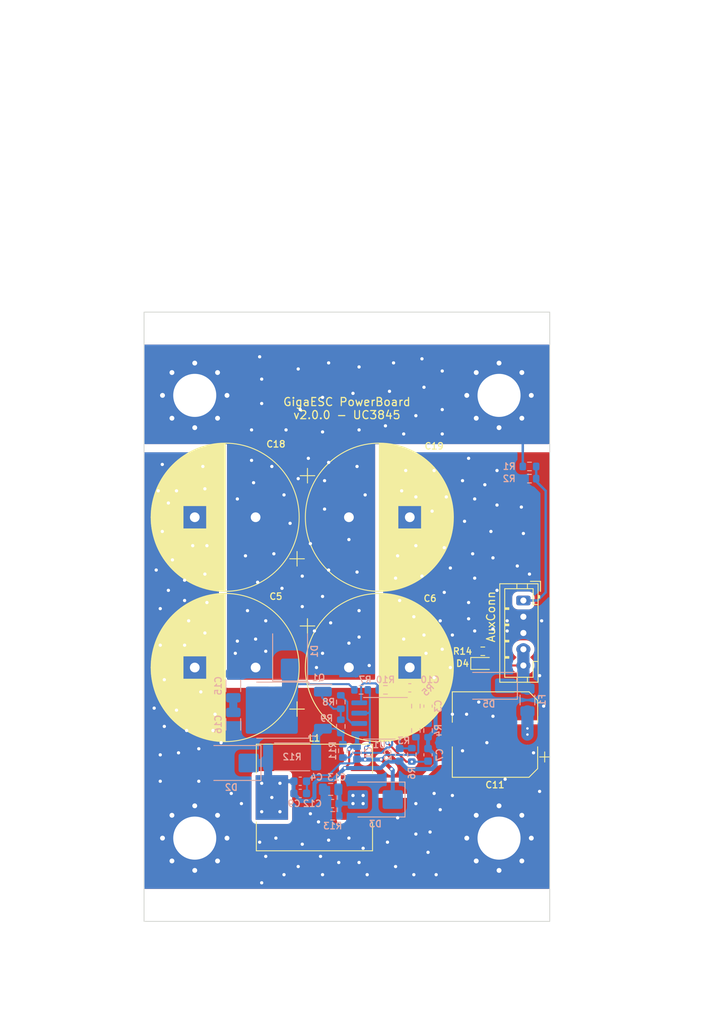
<source format=kicad_pcb>
(kicad_pcb (version 20221018) (generator pcbnew)
  (layers (0 "F.Cu" signal) (31 "B.Cu" signal) (34 "B.Paste" user) (35 "F.Paste" user) (36 "B.SilkS" user "B.Silkscreen") (37 "F.SilkS" user "F.Silkscreen") (38 "B.Mask" user) (39 "F.Mask" user) (44 "Edge.Cuts" user))
  (net 0 "")
  (net 1 "+BATT")
  (net 2 "-BATT")
  (net 3 "+12V")
  (net 4 "IN_V")
  (net 5 "Net-(D3-K)")
  (net 6 "GNDD")
  (net 7 "Net-(U1-RC)")
  (net 8 "Net-(D4-K)")
  (net 9 "Net-(U1-COMP)")
  (net 10 "Net-(U1-FB)")
  (net 11 "Net-(D3-A)")
  (net 12 "VREF")
  (net 13 "Net-(U1-CS)")
  (net 14 "Net-(D1-K)")
  (net 15 "Net-(Q1-G)")
  (net 16 "Net-(Q1-S)")
  (net 17 "Net-(U1-OUT)")
  (net 18 "Net-(C15-Pad2)")
  (footprint "MountingHole:MountingHole_5.3mm_M5_Pad_Via" (layer "F.Cu") (at 93.75 139.75)
    (fp_text reference "H3" hide)
    (fp_text value "MountingHole_Pad")
  )
  (footprint "Capacitor_THT:CP_Radial_D18.0mm_P7.50mm" (layer "F.Cu") (at 63.75 118.75 180)
    (fp_text reference "C5")
    (fp_text value "330u 200V")
  )
  (footprint "Resistor_SMD:R_0603_1608Metric" (layer "F.Cu") (at 91.75 116.75 180)
    (fp_text reference "R14")
    (fp_text value "20k")
  )
  (footprint "Connector_JST:JST_PH_B5B-PH-K_1x05_P2.00mm_Vertical" (layer "F.Cu") (at 96.75 110.5 -90)
    (fp_text reference "J1" hide)
    (fp_text value "AuxConn")
  )
  (footprint "Capacitor_THT:CP_Radial_D18.0mm_P7.50mm" (layer "F.Cu") (at 75.25 118.75)
    (fp_text reference "C6")
    (fp_text value "330u 200V")
  )
  (footprint "Inductor_SMD:L_Chilisin_BMRG00131360" (layer "F.Cu") (at 71 134.75)
    (fp_text reference "L1")
    (fp_text value "47uH")
  )
  (footprint "MountingHole:MountingHole_5.3mm_M5_Pad_Via" (layer "F.Cu") (at 56.25 85.25)
    (fp_text reference "H2" hide)
    (fp_text value "MountingHole_Pad")
  )
  (footprint "MountingHole:MountingHole_5.3mm_M5_Pad_Via" (layer "F.Cu") (at 93.75 85.25)
    (fp_text reference "H4" hide)
    (fp_text value "MountingHole_Pad")
  )
  (footprint "Diode_SMD:D_0603_1608Metric" (layer "F.Cu") (at 91.75 118.25)
    (fp_text reference "D4")
    (fp_text value "RUN")
  )
  (footprint "Capacitor_THT:CP_Radial_D18.0mm_P7.50mm" (layer "F.Cu") (at 75.25 100.25)
    (fp_text reference "C19")
    (fp_text value "330u 200V")
  )
  (footprint "Capacitor_SMD:CP_Elec_10x10" (layer "F.Cu") (at 93.25 127 180)
    (fp_text reference "C11")
    (fp_text value "470u 35V")
  )
  (footprint "Capacitor_THT:CP_Radial_D18.0mm_P7.50mm" (layer "F.Cu") (at 63.75 100.25 180)
    (fp_text reference "C18")
    (fp_text value "330u 200V")
  )
  (footprint "MountingHole:MountingHole_5.3mm_M5_Pad_Via" (layer "F.Cu") (at 56.25 139.75)
    (fp_text reference "H1" hide)
    (fp_text value "MountingHole_Pad")
  )
  (footprint "Capacitor_SMD:C_0805_2012Metric" (layer "B.Cu") (at 73 133.75 180)
    (fp_text reference "C13")
    (fp_text value "2.2u")
  )
  (footprint "Capacitor_SMD:C_0603_1608Metric" (layer "B.Cu") (at 82.75 121.25)
    (fp_text reference "C10")
    (fp_text value "10n")
  )
  (footprint "Package_TO_SOT_SMD:TO-252-2" (layer "B.Cu") (at 67 124 180)
    (fp_text reference "Q1")
    (fp_text value "IRFR13N20DTRPBF")
  )
  (footprint "Resistor_SMD:R_0603_1608Metric" (layer "B.Cu") (at 74.25 126 -90)
    (fp_text reference "R9")
    (fp_text value "5.1k")
  )
  (footprint "Capacitor_SMD:C_0603_1608Metric" (layer "B.Cu") (at 85 123.5 -90)
    (fp_text reference "C3")
    (fp_text value "330p")
  )
  (footprint "Capacitor_SMD:C_0603_1608Metric" (layer "B.Cu") (at 81.5 129.5 -90)
    (fp_text reference "C2")
    (fp_text value "2.2n")
  )
  (footprint "Fuse:Fuse_1206_3216Metric" (layer "B.Cu") (at 97.25 122.75 90)
    (fp_text reference "F1")
    (fp_text value "3A")
  )
  (footprint "Resistor_SMD:R_0603_1608Metric" (layer "B.Cu") (at 79.75 121.5)
    (fp_text reference "R10")
    (fp_text value "10k")
  )
  (footprint "Resistor_SMD:R_0603_1608Metric" (layer "B.Cu") (at 83 129.5 90)
    (fp_text reference "R6")
    (fp_text value "10k")
  )
  (footprint "Capacitor_SMD:C_0603_1608Metric" (layer "B.Cu") (at 69.25 134.25 180)
    (fp_text reference "C9")
    (fp_text value "10u 25V")
  )
  (footprint "Diode_SMD:D_SMB" (layer "B.Cu") (at 68 116.75 90)
    (fp_text reference "D1")
    (fp_text value "SS520BF")
  )
  (footprint "Resistor_SMD:R_0603_1608Metric" (layer "B.Cu") (at 85 126.5 -90)
    (fp_text reference "R4")
    (fp_text value "5.1k")
  )
  (footprint "Resistor_SMD:R_0603_1608Metric" (layer "B.Cu") (at 97.5 94)
    (fp_text reference "R1")
    (fp_text value "150k")
  )
  (footprint "Resistor_SMD:R_0603_1608Metric" (layer "B.Cu") (at 97.5 95.5 180)
    (fp_text reference "R2")
    (fp_text value "2.7k")
  )
  (footprint "Resistor_SMD:R_0603_1608Metric" (layer "B.Cu") (at 73.25 137 180)
    (fp_text reference "R13")
    (fp_text value "390")
  )
  (footprint "Resistor_SMD:R_0603_1608Metric" (layer "B.Cu") (at 74.5 129 90)
    (fp_text reference "R11")
    (fp_text value "1k")
  )
  (footprint "Capacitor_SMD:C_0603_1608Metric" (layer "B.Cu") (at 85 129.5 90)
    (fp_text reference "C7")
    (fp_text value "100n")
  )
  (footprint "Resistor_SMD:R_0603_1608Metric" (layer "B.Cu") (at 83.5 123.5 90)
    (fp_text reference "R5")
    (fp_text value "200k")
  )
  (footprint "Capacitor_SMD:C_1206_3216Metric" (layer "B.Cu") (at 61 125.75 -90)
    (fp_text reference "C16")
    (fp_text value "2.2u 100V")
  )
  (footprint "Capacitor_SMD:C_1206_3216Metric" (layer "B.Cu") (at 61 121 -90)
    (fp_text reference "C15")
    (fp_text value "2.2u 100V")
  )
  (footprint "Resistor_SMD:R_2512_6332Metric" (layer "B.Cu") (at 68.25 129.75 180)
    (fp_text reference "R12")
    (fp_text value "50m")
  )
  (footprint "Capacitor_SMD:C_0603_1608Metric" (layer "B.Cu") (at 73.25 135.5 180)
    (fp_text reference "C12")
    (fp_text value "100n")
  )
  (footprint "Resistor_SMD:R_0603_1608Metric" (layer "B.Cu") (at 74.25 123 -90)
    (fp_text reference "R8")
    (fp_text value "2.2")
  )
  (footprint "Capacitor_SMD:C_0603_1608Metric" (layer "B.Cu") (at 69.25 132.75 180)
    (fp_text reference "C4")
    (fp_text value "1u")
  )
  (footprint "Package_SO:SOIC-8_3.9x4.9mm_P1.27mm" (layer "B.Cu") (at 79 125 180)
    (fp_text reference "U1")
    (fp_text value "UC3845BD1013TR")
  )
  (footprint "Diode_SMD:D_SMB" (layer "B.Cu") (at 78.5 135 180)
    (fp_text reference "D3")
    (fp_text value "SS520BF")
  )
  (footprint "Diode_SMD:D_SMB" (layer "B.Cu") (at 60.75 130.5 180)
    (fp_text reference "D2")
    (fp_text value "SS520BF")
  )
  (footprint "Diode_SMD:D_SMA" (layer "B.Cu") (at 92.5 121 180)
    (fp_text reference "D5")
    (fp_text value "15V")
  )
  (footprint "Resistor_SMD:R_0603_1608Metric" (layer "B.Cu") (at 83.5 126.5 -90)
    (fp_text reference "R3")
    (fp_text value "20k")
  )
  (footprint "Resistor_SMD:R_0603_1608Metric" (layer "B.Cu") (at 76.75 121.5)
    (fp_text reference "R7")
    (fp_text value "27k")
  )
  (footprint "Capacitor_SMD:C_0603_1608Metric" (layer "B.Cu") (at 76.25 129.25 90)
    (fp_text reference "C1")
    (fp_text value "1u")
  )
  (gr_rect (start 50 75) (end 100 150) (stroke (width 0.1)) (fill none) (layer "Edge.Cuts"))
  (gr_text "GigaESC PowerBoard\nv2.0.0 - UC3845" (at 75 88.25) (layer "F.SilkS") (effects (font (size 1 1)) (justify bottom)))
  (segment (start 91 88.5) (end 92.325 89.825) (width 0.3) (layer "F.Cu") (net 1))
  (via (at 72.75 93.5) (size 0.8) (drill 0.4) (layers "F.Cu" "B.Cu") (net 1))
  (via (at 75.25 115.75) (size 0.8) (drill 0.4) (layers "F.Cu" "B.Cu") (net 1))
  (via (at 64.25 80.5) (size 0.8) (drill 0.4) (layers "F.Cu" "B.Cu") (net 1))
  (via (at 69.25 87) (size 0.8) (drill 0.4) (layers "F.Cu" "B.Cu") (net 1))
  (via (at 69.5 111.25) (size 0.8) (drill 0.4) (layers "F.Cu" "B.Cu") (net 1))
  (via (at 61.5 115.5) (size 0.8) (drill 0.4) (layers "F.Cu" "B.Cu") (net 1))
  (via (at 69 95.5) (size 0.8) (drill 0.4) (layers "F.Cu" "B.Cu") (net 1))
  (via (at 84.5 84.25) (size 0.8) (drill 0.4) (layers "F.Cu" "B.Cu") (net 1))
  (via (at 64 108.25) (size 0.8) (drill 0.4) (layers "F.Cu" "B.Cu") (net 1))
  (via (at 86.75 82.25) (size 0.8) (drill 0.4) (layers "F.Cu" "B.Cu") (net 1))
  (via (at 72 89.75) (size 0.8) (drill 0.4) (layers "F.Cu" "B.Cu") (net 1))
  (via (at 75.75 85) (size 0.8) (drill 0.4) (layers "F.Cu" "B.Cu") (net 1))
  (via (at 72.75 81.25) (size 0.8) (drill 0.4) (layers "F.Cu" "B.Cu") (net 1))
  (via (at 71.25 118.75) (size 0.8) (drill 0.4) (layers "F.Cu" "B.Cu") (net 1))
  (via (at 61.25 117) (size 0.8) (drill 0.4) (layers "F.Cu" "B.Cu") (net 1))
  (via (at 86.75 90) (size 0.8) (drill 0.4) (layers "F.Cu" "B.Cu") (net 1))
  (via (at 79.75 89) (size 0.8) (drill 0.4) (layers "F.Cu" "B.Cu") (net 1))
  (via (at 84.25 80.75) (size 0.8) (drill 0.4) (layers "F.Cu" "B.Cu") (net 1))
  (via (at 76.5 115) (size 0.8) (drill 0.4) (layers "F.Cu" "B.Cu") (net 1))
  (via (at 77.75 118.5) (size 0.8) (drill 0.4) (layers "F.Cu" "B.Cu") (net 1))
  (via (at 71 114.25) (size 0.8) (drill 0.4) (layers "F.Cu" "B.Cu") (net 1))
  (via (at 77.25 97.5) (size 0.8) (drill 0.4) (layers "F.Cu" "B.Cu") (net 1))
  (via (at 72 85.5) (size 0.8) (drill 0.4) (layers "F.Cu" "B.Cu") (net 1))
  (via (at 72.75 106.75) (size 0.8) (drill 0.4) (layers "F.Cu" "B.Cu") (net 1))
  (via (at 72.25 95.75) (size 0.8) (drill 0.4) (layers "F.Cu" "B.Cu") (net 1))
  (via (at 67.5 89.5) (size 0.8) (drill 0.4) (layers "F.Cu" "B.Cu") (net 1))
  (via (at 72 110) (size 0.8) (drill 0.4) (layers "F.Cu" "B.Cu") (net 1))
  (via (at 64.5 86.25) (size 0.8) (drill 0.4) (layers "F.Cu" "B.Cu") (net 1))
  (via (at 70.5 103.5) (size 0.8) (drill 0.4) (layers "F.Cu" "B.Cu") (net 1))
  (via (at 61.5 98) (size 0.8) (drill 0.4) (layers "F.Cu" "B.Cu") (net 1))
  (via (at 63.5 96) (size 0.8) (drill 0.4) (layers "F.Cu" "B.Cu") (net 1))
  (via (at 72.25 99.25) (size 0.8) (drill 0.4) (layers "F.Cu" "B.Cu") (net 1))
  (via (at 65.75 94) (size 0.8) (drill 0.4) (layers "F.Cu" "B.Cu") (net 1))
  (via (at 63.25 89.5) (size 0.8) (drill 0.4) (layers "F.Cu" "B.Cu") (net 1))
  (via (at 83.5 87.75) (size 0.8) (drill 0.4) (layers "F.Cu" "B.Cu") (net 1))
  (via (at 80.75 81.25) (size 0.8) (drill 0.4) (layers "F.Cu" "B.Cu") (net 1))
  (via (at 65 113) (size 0.8) (drill 0.4) (layers "F.Cu" "B.Cu") (net 1))
  (via (at 66 104.75) (size 0.8) (drill 0.4) (layers "F.Cu" "B.Cu") (net 1))
  (via (at 69.5 107.5) (size 0.8) (drill 0.4) (layers "F.Cu" "B.Cu") (net 1))
  (via (at 76.5 81.75) (size 0.8) (drill 0.4) (layers "F.Cu" "B.Cu") (net 1))
  (via (at 62.5 105) (size 0.8) (drill 0.4) (layers "F.Cu" "B.Cu") (net 1))
  (via (at 70.25 93) (size 0.8) (drill 0.4) (layers "F.Cu" "B.Cu") (net 1))
  (via (at 76.25 94) (size 0.8) (drill 0.4) (layers "F.Cu" "B.Cu") (net 1))
  (via (at 80.25 84.75) (size 0.8) (drill 0.4) (layers "F.Cu" "B.Cu") (net 1))
  (via (at 76.25 107) (size 0.8) (drill 0.4) (layers "F.Cu" "B.Cu") (net 1))
  (via (at 64.5 83.25) (size 0.8) (drill 0.4) (layers "F.Cu" "B.Cu") (net 1))
  (via (at 67.25 97.5) (size 0.8) (drill 0.4) (layers "F.Cu" "B.Cu") (net 1))
  (via (at 76.5 111.75) (size 0.8) (drill 0.4) (layers "F.Cu" "B.Cu") (net 1))
  (via (at 73 113.25) (size 0.8) (drill 0.4) (layers "F.Cu" "B.Cu") (net 1))
  (via (at 63.75 115.25) (size 0.8) (drill 0.4) (layers "F.Cu" "B.Cu") (net 1))
  (via (at 82 90) (size 0.8) (drill 0.4) (layers "F.Cu" "B.Cu") (net 1))
  (via (at 72 117) (size 0.8) (drill 0.4) (layers "F.Cu" "B.Cu") (net 1))
  (via (at 69 82) (size 0.8) (drill 0.4) (layers "F.Cu" "B.Cu") (net 1))
  (via (at 67 109) (size 0.8) (drill 0.4) (layers "F.Cu" "B.Cu") (net 1))
  (via (at 62.75 111.75) (size 0.8) (drill 0.4) (layers "F.Cu" "B.Cu") (net 1))
  (via (at 86.75 87) (size 0.8) (drill 0.4) (layers "F.Cu" "B.Cu") (net 1))
  (via (at 65 116.75) (size 0.8) (drill 0.4) (layers "F.Cu" "B.Cu") (net 1))
  (via (at 76.5 89.5) (size 0.8) (drill 0.4) (layers "F.Cu" "B.Cu") (net 1))
  (via (at 63.25 93.25) (size 0.8) (drill 0.4) (layers "F.Cu" "B.Cu") (net 1))
  (via (at 68 101) (size 0.8) (drill 0.4) (layers "F.Cu" "B.Cu") (net 1))
  (via (at 75.25 103) (size 0.8) (drill 0.4) (layers "F.Cu" "B.Cu") (net 1))
  (segment (start 96.675 94) (end 96.675 88.175) (width 0.3) (layer "B.Cu") (net 1))
  (segment (start 96.675 88.175) (end 93.75 85.25) (width 0.3) (layer "B.Cu") (net 1))
  (via (at 97.5 107.25) (size 0.8) (drill 0.4) (layers "F.Cu" "B.Cu") (net 2))
  (via (at 58.75 124.5) (size 0.8) (drill 0.4) (layers "F.Cu" "B.Cu") (net 2))
  (via (at 98 129.25) (size 0.8) (drill 0.4) (layers "F.Cu" "B.Cu") (net 2))
  (via (at 94.5 132.5) (size 0.8) (drill 0.4) (layers "F.Cu" "B.Cu") (net 2))
  (via (at 83.5 97.75) (size 0.8) (drill 0.4) (layers "F.Cu" "B.Cu") (net 2))
  (via (at 83.5 139.25) (size 0.8) (drill 0.4) (layers "F.Cu" "B.Cu") (net 2))
  (via (at 57.5 107.25) (size 0.8) (drill 0.4) (layers "F.Cu" "B.Cu") (net 2))
  (via (at 81.25 137.25) (size 0.8) (drill 0.4) (layers "F.Cu" "B.Cu") (net 2))
  (via (at 98.75 134) (size 0.8) (drill 0.4) (layers "F.Cu" "B.Cu") (net 2))
  (via (at 93 114) (size 0.8) (drill 0.4) (layers "F.Cu" "B.Cu") (net 2))
  (via (at 52.25 102) (size 0.8) (drill 0.4) (layers "F.Cu" "B.Cu") (net 2))
  (via (at 82.25 94.5) (size 0.8) (drill 0.4) (layers "F.Cu" "B.Cu") (net 2))
  (via (at 55 110.5) (size 0.8) (drill 0.4) (layers "F.Cu" "B.Cu") (net 2))
  (via (at 89.5 100.75) (size 0.8) (drill 0.4) (layers "F.Cu" "B.Cu") (net 2))
  (via (at 56 103.75) (size 0.8) (drill 0.4) (layers "F.Cu" "B.Cu") (net 2))
  (via (at 93 124.75) (size 0.8) (drill 0.4) (layers "F.Cu" "B.Cu") (net 2))
  (via (at 87.75 118.75) (size 0.8) (drill 0.4) (layers "F.Cu" "B.Cu") (net 2))
  (via (at 90 112.75) (size 0.8) (drill 0.4) (layers "F.Cu" "B.Cu") (net 2))
  (via (at 90.5 104.75) (size 0.8) (drill 0.4) (layers "F.Cu" "B.Cu") (net 2))
  (via (at 54.25 129.25) (size 0.8) (drill 0.4) (layers "F.Cu" "B.Cu") (net 2))
  (via (at 94.75 113) (size 0.8) (drill 0.4) (layers "F.Cu" "B.Cu") (net 2))
  (via (at 88 114.75) (size 0.8) (drill 0.4) (layers "F.Cu" "B.Cu") (net 2))
  (via (at 86.75 116.5) (size 0.8) (drill 0.4) (layers "F.Cu" "B.Cu") (net 2))
  (via (at 87.25 97.75) (size 0.8) (drill 0.4) (layers "F.Cu" "B.Cu") (net 2))
  (via (at 56.75 128.75) (size 0.8) (drill 0.4) (layers "F.Cu" "B.Cu") (net 2))
  (via (at 89.25 129) (size 0.8) (drill 0.4) (layers "F.Cu" "B.Cu") (net 2))
  (via (at 81 143.25) (size 0.8) (drill 0.4) (layers "F.Cu" "B.Cu") (net 2))
  (via (at 77.5 144.25) (size 0.8) (drill 0.4) (layers "F.Cu" "B.Cu") (net 2))
  (via (at 83.25 112.5) (size 0.8) (drill 0.4) (layers "F.Cu" "B.Cu") (net 2))
  (via (at 56.75 132.75) (size 0.8) (drill 0.4) (layers "F.Cu" "B.Cu") (net 2))
  (via (at 93 105.25) (size 0.8) (drill 0.4) (layers "F.Cu" "B.Cu") (net 2))
  (via (at 72 144.25) (size 0.8) (drill 0.4) (layers "F.Cu" "B.Cu") (net 2))
  (via (at 52 111.5) (size 0.8) (drill 0.4) (layers "F.Cu" "B.Cu") (net 2))
  (via (at 71.5 137.75) (size 0.8) (drill 0.4) (layers "F.Cu" "B.Cu") (net 2))
  (via (at 55.25 126.5) (size 0.8) (drill 0.4) (layers "F.Cu" "B.Cu") (net 2))
  (via (at 84.75 117) (size 0.8) (drill 0.4) (layers "F.Cu" "B.Cu") (net 2))
  (via (at 93.5 98.75) (size 0.8) (drill 0.4) (layers "F.Cu" "B.Cu") (net 2))
  (via (at 83.5 135.5) (size 0.8) (drill 0.4) (layers "F.Cu" "B.Cu") (net 2))
  (via (at 90.75 114.25) (size 0.8) (drill 0.4) (layers "F.Cu" "B.Cu") (net 2))
  (via (at 87 109.5) (size 0.8) (drill 0.4) (layers "F.Cu" "B.Cu") (net 2))
  (via (at 64.5 145.25) (size 0.8) (drill 0.4) (layers "F.Cu" "B.Cu") (net 2))
  (via (at 85.75 120) (size 0.8) (drill 0.4) (layers "F.Cu" "B.Cu") (net 2))
  (via (at 81.75 97) (size 0.8) (drill 0.4) (layers "F.Cu" "B.Cu") (net 2))
  (via (at 85.25 139) (size 0.8) (drill 0.4) (layers "F.Cu" "B.Cu") (net 2))
  (via (at 77 141) (size 0.8) (drill 0.4) (layers "F.Cu" "B.Cu") (net 2))
  (via (at 96.5 99) (size 0.8) (drill 0.4) (layers "F.Cu" "B.Cu") (net 2))
  (via (at 92 96.25) (size 0.8) (drill 0.4) (layers "F.Cu" "B.Cu") (net 2))
  (via (at 57.5 96.75) (size 0.8) (drill 0.4) (layers "F.Cu" "B.Cu") (net 2))
  (via (at 90.75 107.75) (size 0.8) (drill 0.4) (layers "F.Cu" "B.Cu") (net 2))
  (via (at 72.75 140) (size 0.8) (drill 0.4) (layers "F.Cu" "B.Cu") (net 2))
  (via (at 90 93) (size 0.8) (drill 0.4) (layers "F.Cu" "B.Cu") (net 2))
  (via (at 52.25 93.75) (size 0.8) (drill 0.4) (layers "F.Cu" "B.Cu") (net 2))
  (via (at 65 142) (size 0.8) (drill 0.4) (layers "F.Cu" "B.Cu") (net 2))
  (via (at 86.5 113) (size 0.8) (drill 0.4) (layers "F.Cu" "B.Cu") (net 2))
  (via (at 92.75 102) (size 0.8) (drill 0.4) (layers "F.Cu" "B.Cu") (net 2))
  (via (at 80 140.25) (size 0.8) (drill 0.4) (layers "F.Cu" "B.Cu") (net 2))
  (via (at 64.25 140.25) (size 0.8) (drill 0.4) (layers "F.Cu" "B.Cu") (net 2))
  (via (at 76.5 142.75) (size 0.8) (drill 0.4) (layers "F.Cu" "B.Cu") (net 2))
  (via (at 90 110.75) (size 0.8) (drill 0.4) (layers "F.Cu" "B.Cu") (net 2))
  (via (at 62 135.5) (size 0.8) (drill 0.4) (layers "F.Cu" "B.Cu") (net 2))
  (via (at 69.5 140.5) (size 0.8) (drill 0.4) (layers "F.Cu" "B.Cu") (net 2))
  (via (at 88 134.5) (size 0.8) (drill 0.4) (layers "F.Cu" "B.Cu") (net 2))
  (via (at 99 113) (size 0.8) (drill 0.4) (layers "F.Cu" "B.Cu") (net 2))
  (via (at 81.5 110.5) (size 0.8) (drill 0.4) (layers "F.Cu" "B.Cu") (net 2))
  (via (at 85.5 99.5) (size 0.8) (drill 0.4) (layers "F.Cu" "B.Cu") (net 2))
  (via (at 85.75 94.5) (size 0.8) (drill 0.4) (layers "F.Cu" "B.Cu") (net 2))
  (via (at 55 108) (size 0.8) (drill 0.4) (layers "F.Cu" "B.Cu") (net 2))
  (via (at 94.75 114.25) (size 0.8) (drill 0.4) (layers "F.Cu" "B.Cu") (net 2))
  (via (at 51.5 106.75) (size 0.8) (drill 0.4) (layers "F.Cu" "B.Cu") (net 2))
  (via (at 57.5 114.5) (size 0.8) (drill 0.4) (layers "F.Cu" "B.Cu") (net 2))
  (via (at 74 142.75) (size 0.8) (drill 0.4) (layers "F.Cu" "B.Cu") (net 2))
  (via (at 83.25 144.25) (size 0.8) (drill 0.4) (layers "F.Cu" "B.Cu") (net 2))
  (via (at 54 97) (size 0.8) (drill 0.4) (layers "F.Cu" "B.Cu") (net 2))
  (via (at 75.25 139.75) (size 0.8) (drill 0.4) (layers "F.Cu" "B.Cu") (net 2))
  (via (at 98.75 119.75) (size 0.8) (drill 0.4) (layers "F.Cu" "B.Cu") (net 2))
  (via (at 71.75 142) (size 0.8) (drill 0.4) (layers "F.Cu" "B.Cu") (net 2))
  (via (at 51.25 123.75) (size 0.8) (drill 0.4) (layers "F.Cu" "B.Cu") (net 2))
  (via (at 66.25 139.75) (size 0.8) (drill 0.4) (layers "F.Cu" "B.Cu") (net 2))
  (via (at 54 124) (size 0.8) (drill 0.4) (layers "F.Cu" "B.Cu") (net 2))
  (via (at 52 132.75) (size 0.8) (drill 0.4) (layers "F.Cu" "B.Cu") (net 2))
  (via (at 52.5 126) (size 0.8) (drill 0.4) (layers "F.Cu" "B.Cu") (net 2))
  (via (at 85 141.5) (size 0.8) (drill 0.4) (layers "F.Cu" "B.Cu") (net 2))
  (via (at 81.25 105) (size 0.8) (drill 0.4) (layers "F.Cu" "B.Cu") (net 2))
  (via (at 90.75 98) (size 0.8) (drill 0.4) (layers "F.Cu" "B.Cu") (net 2))
  (via (at 52.5 120.25) (size 0.8) (drill 0.4) (layers "F.Cu" "B.Cu") (net 2))
  (via (at 55 116) (size 0.8) (drill 0.4) (layers "F.Cu" "B.Cu") (net 2))
  (via (at 67.25 144.25) (size 0.8) (drill 0.4) (layers "F.Cu" "B.Cu") (net 2))
  (via (at 87 104) (size 0.8) (drill 0.4) (layers "F.Cu" "B.Cu") (net 2))
  (via (at 83.5 103.75) (size 0.8) (drill 0.4) (layers "F.Cu" "B.Cu") (net 2))
  (via (at 57.75 110.75) (size 0.8) (drill 0.4) (layers "F.Cu" "B.Cu") (net 2))
  (via (at 86.5 136.25) (size 0.8) (drill 0.4) (layers "F.Cu" "B.Cu") (net 2))
  (via (at 96 106.25) (size 0.8) (drill 0.4) (layers "F.Cu" "B.Cu") (net 2))
  (via (at 81 107.75) (size 0.8) (drill 0.4) (layers "F.Cu" "B.Cu") (net 2))
  (via (at 87.75 106.5) (size 0.8) (drill 0.4) (layers "F.Cu" "B.Cu") (net 2))
  (via (at 85.75 134.25) (size 0.8) (drill 0.4) (layers "F.Cu" "B.Cu") (net 2))
  (via (at 51.75 97) (size 0.8) (drill 0.4) (layers "F.Cu" "B.Cu") (net 2))
  (via (at 69 143.25) (size 0.8) (drill 0.4) (layers "F.Cu" "B.Cu") (net 2))
  (via (at 91.25 123) (size 0.8) (drill 0.4) (layers "F.Cu" "B.Cu") (net 2))
  (via (at 99.25 123.5) (size 0.8) (drill 0.4) (layers "F.Cu" "B.Cu") (net 2))
  (via (at 59.5 128) (size 0.8) (drill 0.4) (layers "F.Cu" "B.Cu") (net 2))
  (via (at 60.75 134.25) (size 0.8) (drill 0.4) (layers "F.Cu" "B.Cu") (net 2))
  (via (at 82 115.25) (size 0.8) (drill 0.4) (layers "F.Cu" "B.Cu") (net 2))
  (via (at 96.75 102.25) (size 0.8) (drill 0.4) (layers "F.Cu" "B.Cu") (net 2))
  (via (at 84.5 114.75) (size 0.8) (drill 0.4) (layers "F.Cu" "B.Cu") (net 2))
  (via (at 53 109.25) (size 0.8) (drill 0.4) (layers "F.Cu" "B.Cu") (net 2))
  (via (at 53 98.5) (size 0.8) (drill 0.4) (layers "F.Cu" "B.Cu") (net 2))
  (via (at 84.25 107.5) (size 0.8) (drill 0.4) (layers "F.Cu" "B.Cu") (net 2))
  (via (at 93.5 109.25) (size 0.8) (drill 0.4) (layers "F.Cu" "B.Cu") (net 2))
  (via (at 57 121.75) (size 0.8) (drill 0.4) (layers "F.Cu" "B.Cu") (net 2))
  (via (at 89.25 95.75) (size 0.8) (drill 0.4) (layers "F.Cu" "B.Cu") (net 2))
  (via (at 88 124.5) (size 0.8) (drill 0.4) (layers "F.Cu" "B.Cu") (net 2))
  (via (at 57.75 103.75) (size 0.8) (drill 0.4) (layers "F.Cu" "B.Cu") (net 2))
  (via (at 52 116) (size 0.8) (drill 0.4) (layers "F.Cu" "B.Cu") (net 2))
  (via (at 70.5 136.75) (size 0.8) (drill 0.4) (layers "F.Cu" "B.Cu") (net 2))
  (via (at 93.5 94.5) (size 0.8) (drill 0.4) (layers "F.Cu" "B.Cu") (net 2))
  (via (at 57.25 94) (size 0.8) (drill 0.4) (layers "F.Cu" "B.Cu") (net 2))
  (via (at 89.75 124.5) (size 0.8) (drill 0.4) (layers "F.Cu" "B.Cu") (net 2))
  (via (at 92.25 128) (size 0.8) (drill 0.4) (layers "F.Cu" "B.Cu") (net 2))
  (via (at 86 144.25) (size 0.8) (drill 0.4) (layers "F.Cu" "B.Cu") (net 2))
  (via (at 52 129.5) (size 0.8) (drill 0.4) (layers "F.Cu" "B.Cu") (net 2))
  (via (at 53.5 105.5) (size 0.8) (drill 0.4) (layers "F.Cu" "B.Cu") (net 2))
  (via (at 55.5 113) (size 0.8) (drill 0.4) (layers "F.Cu" "B.Cu") (net 2))
  (via (at 58.5 126.5) (size 0.8) (drill 0.4) (layers "F.Cu" "B.Cu") (net 2))
  (segment (start 92.5375 118.25) (end 92.7875 118.5) (width 0.25) (layer "F.Cu") (net 3))
  (segment (start 92.7875 118.5) (end 96.75 118.5) (width 0.25) (layer "F.Cu") (net 3))
  (segment (start 94.5 121) (end 96.9 121) (width 1.5) (layer "B.Cu") (net 3))
  (segment (start 96.75 118.5) (end 96.75 120.85) (width 1.5) (layer "B.Cu") (net 3))
  (segment (start 96.75 120.85) (end 97.25 121.35) (width 1.5) (layer "B.Cu") (net 3))
  (segment (start 96.9 121) (end 97.25 121.35) (width 1.5) (layer "B.Cu") (net 3))
  (segment (start 96.75 116.5) (end 96.75 118.5) (width 1.5) (layer "B.Cu") (net 3))
  (segment (start 98.325 94) (end 98.325 95.5) (width 0.3) (layer "B.Cu") (net 4))
  (segment (start 98.325 95.825) (end 99.5 97) (width 0.3) (layer "B.Cu") (net 4))
  (segment (start 98.325 95.5) (end 98.325 95.825) (width 0.3) (layer "B.Cu") (net 4))
  (segment (start 98.5 110.5) (end 96.75 110.5) (width 0.3) (layer "B.Cu") (net 4))
  (segment (start 99.5 97) (end 99.5 109.5) (width 0.3) (layer "B.Cu") (net 4))
  (segment (start 99.5 109.5) (end 98.5 110.5) (width 0.3) (layer "B.Cu") (net 4))
  (segment (start 77.25 128.75) (end 77.25 130.075) (width 0.25) (layer "F.Cu") (net 5))
  (segment (start 77.375 128.625) (end 77.25 128.75) (width 0.25) (layer "F.Cu") (net 5))
  (segment (start 79.218498 130.075) (end 79.325 130.075) (width 0.5) (layer "F.Cu") (net 5))
  (segment (start 79.325 130.075) (end 80.5 131.25) (width 0.5) (layer "F.Cu") (net 5))
  (via (at 80.5 131.25) (size 0.5) (drill 0.3) (layers "F.Cu" "B.Cu") (net 5))
  (via (at 77.25 130.075) (size 0.5) (drill 0.3) (layers "F.Cu" "B.Cu") (net 5))
  (via (at 79.218498 130.075) (size 0.5) (drill 0.3) (layers "F.Cu" "B.Cu") (net 5))
  (via (at 77.375 128.625) (size 0.5) (drill 0.3) (layers "F.Cu" "B.Cu") (net 5))
  (segment (start 83.8 127.625) (end 83.8 129.2) (width 0.25) (layer "B.Cu") (net 5))
  (segment (start 77.575 121.5) (end 77.825 121.75) (width 0.25) (layer "B.Cu") (net 5))
  (segment (start 80.65 131.4) (end 80.65 135) (width 0.5) (layer "B.Cu") (net 5))
  (segment (start 70.075 134.25) (end 70.075 132.75) (width 0.25) (layer "B.Cu") (net 5))
  (segment (start 77.825 124.175) (end 77.635 124.365) (width 0.25) (layer "B.Cu") (net 5))
  (segment (start 83.8 129.2) (end 83.5 129.5) (width 0.25) (layer "B.Cu") (net 5))
  (segment (start 74.2 130.55) (end 75.775 130.55) (width 0.25) (layer "B.Cu") (net 5))
  (segment (start 77.825 121.75) (end 77.825 124.175) (width 0.25) (layer "B.Cu") (net 5))
  (segment (start 80.5 131.25) (end 80.65 131.4) (width 0.5) (layer "B.Cu") (net 5))
  (segment (start 79.218498 130.075) (end 77.25 130.075) (width 0.5) (layer "B.Cu") (net 5))
  (segment (start 77.825 128.175) (end 77.825 124.175) (width 0.25) (layer "B.Cu") (net 5))
  (segment (start 79.793498 129.5) (end 79.218498 130.075) (width 0.25) (layer "B.Cu") (net 5))
  (segment (start 70.825 132) (end 72.75 132) (width 0.25) (layer "B.Cu") (net 5))
  (segment (start 83.5 127.325) (end 83.8 127.625) (width 0.25) (layer "B.Cu") (net 5))
  (segment (start 75.775 130.55) (end 76.25 130.075) (width 0.25) (layer "B.Cu") (net 5))
  (segment (start 83.5 129.5) (end 79.793498 129.5) (width 0.25) (layer "B.Cu") (net 5))
  (segment (start 70.075 132.75) (end 70.825 132) (width 0.25) (layer "B.Cu") (net 5))
  (segment (start 77.375 128.625) (end 77.825 128.175) (width 0.25) (layer "B.Cu") (net 5))
  (segment (start 77.25 130.075) (end 76.25 130.075) (width 0.5) (layer "B.Cu") (net 5))
  (segment (start 72.75 132) (end 74.2 130.55) (width 0.25) (layer "B.Cu") (net 5))
  (segment (start 77.635 124.365) (end 76.525 124.365) (width 0.25) (layer "B.Cu") (net 5))
  (segment (start 75.284782 130.589718) (end 74.75 131.1245) (width 0.25) (layer "F.Cu") (net 6))
  (segment (start 75.284782 128.77746) (end 75.284782 130.589718) (width 0.25) (layer "F.Cu") (net 6))
  (via (at 66.75 133) (size 0.8) (drill 0.4) (layers "F.Cu" "B.Cu") (net 6))
  (via (at 75.284782 128.77746) (size 0.5) (drill 0.3) (layers "F.Cu" "B.Cu") (net 6))
  (via (at 74.75 131.1245) (size 0.5) (drill 0.3) (layers "F.Cu" "B.Cu") (net 6))
  (via (at 66.75 136.5) (size 0.8) (drill 0.4) (layers "F.Cu" "B.Cu") (net 6))
  (via (at 65.75 134.75) (size 0.8) (drill 0.4) (layers "F.Cu" "B.Cu") (net 6))
  (via (at 64.5 133) (size 0.8) (drill 0.4) (layers "F.Cu" "B.Cu") (net 6))
  (via (at 64.5 136.5) (size 0.8) (drill 0.4) (layers "F.Cu" "B.Cu") (net 6))
  (segment (start 71 134.719239) (end 70.544239 135.175) (width 0.5) (layer "B.Cu") (net 6))
  (segment (start 76.25 128.425) (end 76.25 127.18) (width 0.5) (layer "B.Cu") (net 6))
  (segment (start 85.925 122.205761) (end 85.925 126.4) (width 0.5) (layer "B.Cu") (net 6))
  (segment (start 73.2995 132.575) (end 71.425 132.575) (width 0.5) (layer "B.Cu") (net 6))
  (segment (start 84.969239 121.25) (end 85.925 122.205761) (width 0.5) (layer "B.Cu") (net 6))
  (segment (start 75.637242 128.425) (end 75.284782 128.77746) (width 0.5) (layer "B.Cu") (net 6))
  (segment (start 85.469239 131.25) (end 82.425 131.25) (width 0.5) (layer "B.Cu") (net 6))
  (segment (start 82.425 131.25) (end 81.5 130.325) (width 0.5) (layer "B.Cu") (net 6))
  (segment (start 68.425 134.25) (end 68.425 132.75) (width 0.5) (layer "B.Cu") (net 6))
  (segment (start 85.925 126.4) (end 85 127.325) (width 0.5) (layer "B.Cu") (net 6))
  (segment (start 83.575 121.25) (end 84.969239 121.25) (width 0.5) (layer "B.Cu") (net 6))
  (segment (start 85.925 129.6) (end 85.925 130.794239) (width 0.5) (layer "B.Cu") (net 6))
  (segment (start 67 132.75) (end 66.75 133) (width 0.5) (layer "B.Cu") (net 6))
  (segment (start 68.425 132.75) (end 67 132.75) (width 0.5) (layer "B.Cu") (net 6))
  (segment (start 79.158948 131.1245) (end 74.75 131.1245) (width 0.5) (layer "B.Cu") (net 6))
  (segment (start 76.25 127.18) (end 76.525 126.905) (width 0.5) (layer "B.Cu") (net 6))
  (segment (start 85 128.675) (end 85 127.325) (width 0.5) (layer "B.Cu") (net 6))
  (segment (start 71.425 132.575) (end 71 133) (width 0.5) (layer "B.Cu") (net 6))
  (segment (start 85 128.675) (end 85.925 129.6) (width 0.5) (layer "B.Cu") (net 6))
  (segment (start 69.35 135.175) (end 68.425 134.25) (width 0.5) (layer "B.Cu") (net 6))
  (segment (start 81.5 130.325) (end 79.958448 130.325) (width 0.5) (layer "B.Cu") (net 6))
  (segment (start 76.25 128.425) (end 75.637242 128.425) (width 0.5) (layer "B.Cu") (net 6))
  (segment (start 79.958448 130.325) (end 79.158948 131.1245) (width 0.5) (layer "B.Cu") (net 6))
  (segment (start 62.9 130.5) (end 64.5375 130.5) (width 1) (layer "B.Cu") (net 6))
  (segment (start 70.544239 135.175) (end 69.35 135.175) (width 0.5) (layer "B.Cu") (net 6))
  (segment (start 65.2875 129.75) (end 65.2875 132.2125) (width 1) (layer "B.Cu") (net 6))
  (segment (start 64.5375 130.5) (end 65.2875 129.75) (width 1) (layer "B.Cu") (net 6))
  (segment (start 71 133) (end 71 134.719239) (width 0.5) (layer "B.Cu") (net 6))
  (segment (start 85.925 130.794239) (end 85.469239 131.25) (width 0.5) (layer "B.Cu") (net 6))
  (segment (start 65.2875 132.2125) (end 64.5 133) (width 1) (layer "B.Cu") (net 6))
  (segment (start 74.75 131.1245) (end 73.2995 132.575) (width 0.5) (layer "B.Cu") (net 6))
  (segment (start 81.475 128.67) (end 81.5 128.695) (width 0.25) (layer "B.Cu") (net 7))
  (segment (start 81.475 126.925) (end 81.475 128.67) (width 0.25) (layer "B.Cu") (net 7))
  (segment (start 83 128.695) (end 81.5 128.695) (width 0.25) (layer "B.Cu") (net 7))
  (segment (start 90.925 116.75) (end 90.925 118.2125) (width 0.25) (layer "F.Cu") (net 8))
  (segment (start 90.925 118.2125) (end 90.9625 118.25) (width 0.25) (layer "F.Cu") (net 8))
  (segment (start 83.08 123.115) (end 83.5 122.695) (width 0.25) (layer "B.Cu") (net 9))
  (segment (start 81.475 123.115) (end 83.08 123.115) (width 0.25) (layer "B.Cu") (net 9))
  (segment (start 85 122.695) (end 83.5 122.695) (width 0.25) (layer "B.Cu") (net 9))
  (segment (start 83.46 124.385) (end 83.5 124.345) (width 0.25) (layer "B.Cu") (net 10))
  (segment (start 85 125.695) (end 85 124.345) (width 0.25) (layer "B.Cu") (net 10))
  (segment (start 83.5 125.695) (end 83.5 124.345) (width 0.25) (layer "B.Cu") (net 10))
  (segment (start 81.475 124.385) (end 83.46 124.385) (width 0.25) (layer "B.Cu") (net 10))
  (segment (start 83.5 124.345) (end 85 124.345) (width 0.25) (layer "B.Cu") (net 10))
  (segment (start 77 134.5) (end 76.5 134.5) (width 1.5) (layer "F.Cu") (net 11))
  (segment (start 97.25 127) (end 92.75 131.5) (width 1.5) (layer "F.Cu") (net 11))
  (segment (start 92.75 131.5) (end 86.590811 131.5) (width 1.5) (layer "F.Cu") (net 11))
  (segment (start 77 134) (end 77 135.5) (width 1.5) (layer "F.Cu") (net 11))
  (segment (start 75.75 135.5) (end 75.5 135.5) (width 1.5) (layer "F.Cu") (net 11))
  (segment (start 77 135.5) (end 77 134.5) (width 1.5) (layer "F.Cu") (net 11))
  (segment (start 75.75 135.25) (end 75.75 135.5) (width 1.5) (layer "F.Cu") (net 11))
  (segment (start 75.5 135.5) (end 76.25 134.75) (width 1.5) (layer "F.Cu") (net 11))
  (segment (start 77.454594 133.545406) (end 77 134) (width 1.5) (layer "F.Cu") (net 11))
  (segment (start 84.545405 133.545406) (end 77.454594 133.545406) (width 1.5) (layer "F.Cu") (net 11))
  (segment (start 76.5 134.5) (end 75.75 135.25) (width 1.5) (layer "F.Cu") (net 11))
  (segment (start 86.590811 131.5) (end 84.545405 133.545406) (width 1.5) (layer "F.Cu") (net 11))
  (via (at 75.75 134.5) (size 0.8) (drill 0.4) (layers "F.Cu" "B.Cu") (net 11))
  (via (at 97.25 127) (size 0.5) (drill 0.3) (layers "F.Cu" "B.Cu") (net 11))
  (via (at 97.25 126.25) (size 0.5) (drill 0.3) (layers "F.Cu" "B.Cu") (net 11))
  (via (at 77 135.5) (size 0.8) (drill 0.4) (layers "F.Cu" "B.Cu") (net 11))
  (via (at 77 134.5) (size 0.8) (drill 0.4) (layers "F.Cu" "B.Cu") (net 11))
  (via (at 75.75 135.5) (size 0.8) (drill 0.4) (layers "F.Cu" "B.Cu") (net 11))
  (segment (start 76.25 135) (end 75.75 134.5) (width 0.25) (layer "B.Cu") (net 11))
  (segment (start 76.35 135) (end 76.25 135) (width 0.25) (layer "B.Cu") (net 11))
  (segment (start 74.075 134) (end 74.075 137) (width 0.5) (layer "B.Cu") (net 11))
  (segment (start 97.25 126.25) (end 97.25 127) (width 1.5) (layer "B.Cu") (net 11))
  (segment (start 74.075 135.5) (end 75.75 135.5) (width 0.5) (layer "B.Cu") (net 11))
  (segment (start 97.25 124.15) (end 97.25 126.25) (width 1.5) (layer "B.Cu") (net 11))
  (segment (start 82.325 130.345) (end 83 130.345) (width 0.25) (layer "F.Cu") (net 12))
  (segment (start 80 128.02) (end 82.325 130.345) (width 0.25) (layer "F.Cu") (net 12))
  (via (at 80 128.02) (size 0.5) (drill 0.3) (layers "F.Cu" "B.Cu") (net 12))
  (via (at 83 130.345) (size 0.5) (drill 0.3) (layers "F.Cu" "B.Cu") (net 12))
  (segment (start 80 128.02) (end 79.25 127.27) (width 0.25) (layer "B.Cu") (net 12))
  (segment (start 79.25 127.27) (end 79.25 121.825) (width 0.25) (layer "B.Cu") (net 12))
  (segment (start 76.525 123.095) (end 76.75 122.87) (width 0.25) (layer "B.Cu") (net 12))
  (segment (start 76.75 121) (end 77.05 120.7) (width 0.25) (layer "B.Cu") (net 12))
  (segment (start 78.925 121.0875) (end 78.925 121.5) (width 0.25) (layer "B.Cu") (net 12))
  (segment (start 77.05 120.7) (end 78.5375 120.7) (width 0.25) (layer "B.Cu") (net 12))
  (segment (start 76.75 122.87) (end 76.75 121) (width 0.25) (layer "B.Cu") (net 12))
  (segment (start 83 130.345) (end 84.925 130.345) (width 0.25) (layer "B.Cu") (net 12))
  (segment (start 79.25 121.825) (end 78.945 121.52) (width 0.25) (layer "B.Cu") (net 12))
  (segment (start 78.5375 120.7) (end 78.925 121.0875) (width 0.25) (layer "B.Cu") (net 12))
  (segment (start 80.575 128.258173) (end 80.575 127.671751) (width 0.25) (layer "B.Cu") (net 13))
  (segment (start 79.905 128.595) (end 80.238173 128.595) (width 0.25) (layer "B.Cu") (net 13))
  (segment (start 80.575 127.671751) (end 80 127.096751) (width 0.25) (layer "B.Cu") (net 13))
  (segment (start 80.27 121.5) (end 80.595 121.5) (width 0.25) (layer "B.Cu") (net 13))
  (segment (start 80 121.77) (end 80.27 121.5) (width 0.25) (layer "B.Cu") (net 13))
  (segment (start 79.25 129.25) (end 79.905 128.595) (width 0.25) (layer "B.Cu") (net 13))
  (segment (start 80 127.096751) (end 80 126) (width 0.25) (layer "B.Cu") (net 13))
  (segment (start 80.365 125.635) (end 80 126) (width 0.25) (layer "B.Cu") (net 13))
  (segment (start 74.5 129.825) (end 75.282538 129.825) (width 0.25) (layer "B.Cu") (net 13))
  (segment (start 80.825 121.27) (end 81.675 121.27) (width 0.25) (layer "B.Cu") (net 13))
  (segment (start 75.45 129.55) (end 75.75 129.25) (width 0.25) (layer "B.Cu") (net 13))
  (segment (start 80.595 121.5) (end 80.825 121.27) (width 0.25) (layer "B.Cu") (net 13))
  (segment (start 80 126) (end 80 121.77) (width 0.25) (layer "B.Cu") (net 13))
  (segment (start 75.75 129.25) (end 79.25 129.25) (width 0.25) (layer "B.Cu") (net 13))
  (segment (start 81.475 125.635) (end 80.365 125.635) (width 0.25) (layer "B.Cu") (net 13))
  (segment (start 75.282538 129.825) (end 75.45 129.657538) (width 0.25) (layer "B.Cu") (net 13))
  (segment (start 80.238173 128.595) (end 80.575 128.258173) (width 0.25) (layer "B.Cu") (net 13))
  (segment (start 75.45 129.657538) (end 75.45 129.55) (width 0.25) (layer "B.Cu") (net 13))
  (segment (start 75.24 120.795) (end 74.97 120.795) (width 0.25) (layer "B.Cu") (net 14))
  (segment (start 68.855 120.795) (end 68.65 121) (width 0.25) (layer "B.Cu") (net 14))
  (segment (start 68.65 121) (end 68 121) (width 0.25) (layer "B.Cu") (net 14))
  (segment (start 74.97 120.795) (end 68.855 120.795) (width 0.25) (layer "B.Cu") (net 14))
  (segment (start 68 121.65) (end 65.65 124) (width 2) (layer "B.Cu") (net 14))
  (segment (start 75.945 121.5) (end 75.24 120.795) (width 0.25) (layer "B.Cu") (net 14))
  (segment (start 68 118.9) (end 68 121) (width 2) (layer "B.Cu") (net 14))
  (segment (start 68 121) (end 68 121.65) (width 2) (layer "B.Cu") (net 14))
  (segment (start 74.25 123.825) (end 73.325 123.825) (width 0.25) (layer "B.Cu") (net 15))
  (segment (start 73.325 123.825) (end 71.95 122.45) (width 0.25) (layer "B.Cu") (net 15))
  (segment (start 74.25 125.175) (end 74.25 123.825) (width 0.25) (layer "B.Cu") (net 15))
  (segment (start 71.95 122.45) (end 71.95 121.72) (width 0.25) (layer "B.Cu") (net 15))
  (segment (start 74.52 127.095) (end 74.52 128.175) (width 0.25) (layer "B.Cu") (net 16))
  (segment (start 73.705 126.28) (end 74.52 127.095) (width 0.25) (layer "B.Cu") (net 16))
  (segment (start 71.2125 127.0175) (end 71.95 126.28) (width 1) (layer "B.Cu") (net 16))
  (segment (start 71.2125 129.75) (end 71.2125 127.0175) (width 1) (layer "B.Cu") (net 16))
  (segment (start 71.95 126.28) (end 73.705 126.28) (width 0.25) (layer "B.Cu") (net 16))
  (segment (start 75.635 125.635) (end 75.05 125.05) (width 0.25) (layer "B.Cu") (net 17))
  (segment (start 75.05 122.975) (end 74.25 122.175) (width 0.25) (layer "B.Cu") (net 17))
  (segment (start 75.05 125.05) (end 75.05 122.975) (width 0.25) (layer "B.Cu") (net 17))
  (segment (start 76.525 125.635) (end 75.635 125.635) (width 0.25) (layer "B.Cu") (net 17))
  (segment (start 61 122.475) (end 61 124.275) (width 1) (layer "B.Cu") (net 18))
  (zone (net 2) (net_name "-BATT") (layers "F&B.Cu") (priority 6) (connect_pads yes (clearance 0.5)) (min_thickness 0.25) (fill yes (thermal_gap 0.5) (thermal_bridge_width 0.5))
    (polygon (pts (xy 100 150) (xy 50 150) (xy 50 91.5) (xy 100 91.5)))
  )
  (zone (net 1) (net_name "+BATT") (layers "F&B.Cu") (priority 10) (connect_pads yes (clearance 1)) (min_thickness 0.25) (fill yes (thermal_gap 0.5) (thermal_bridge_width 0.5))
    (polygon (pts (xy 78.47778 91.25) (xy 99.97778 91.25) (xy 99.97778 79) (xy 50 79) (xy 50 91.25) (xy 60.22778 91.25) (xy 60.22778 120.25) (xy 78.47778 120.25)))
  )
  (zone (net 0) (net_name "") (layers "F&B.Cu") (connect_pads (clearance 0)) (min_thickness 0.25)
    (keepout (tracks not_allowed) (vias not_allowed) (pads not_allowed) (copperpour not_allowed) (footprints not_allowed))
    (fill (thermal_gap 0.5) (thermal_bridge_width 0.5))
    (polygon (pts (xy 100 75) (xy 100 79) (xy 50 79) (xy 50 75)))
  )
  (zone (net 0) (net_name "") (layers "F&B.Cu" "User.6") (connect_pads (clearance 0)) (min_thickness 0.25)
    (keepout (tracks not_allowed) (vias not_allowed) (pads not_allowed) (copperpour not_allowed) (footprints not_allowed))
    (fill (thermal_gap 0.5) (thermal_bridge_width 0.5))
    (polygon (pts (xy 50 150) (xy 50 146) (xy 100 146) (xy 100 150)))
  )
  (zone (net 6) (net_name "GNDD") (layer "B.Cu") (priority 7) (connect_pads yes (clearance 0.5)) (min_thickness 0.25) (fill yes (thermal_gap 0.5) (thermal_bridge_width 0.5))
    (polygon (pts (xy 67.75 132) (xy 66.25 132) (xy 63.75 132) (xy 63.75 137.5) (xy 67.75 137.5) (xy 67.75 136.25) (xy 67.75 134.5) (xy 67.75 133.5)))
  )
)
</source>
